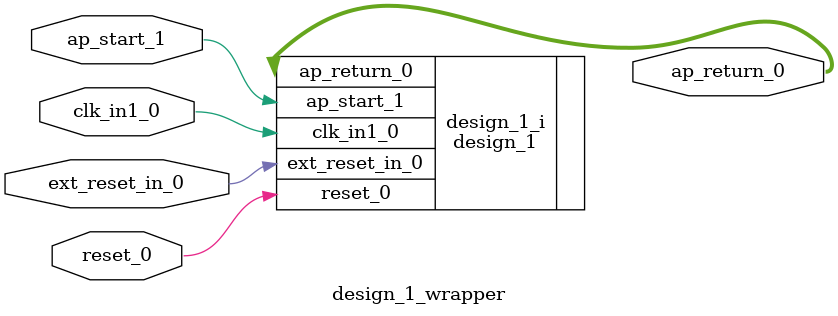
<source format=v>
`timescale 1 ps / 1 ps

module design_1_wrapper
   (ap_return_0,
    ap_start_1,
    clk_in1_0,
    ext_reset_in_0,
    reset_0);
  output [31:0]ap_return_0;
  input ap_start_1;
  input clk_in1_0;
  input ext_reset_in_0;
  input reset_0;

  wire [31:0]ap_return_0;
  wire ap_start_1;
  wire clk_in1_0;
  wire ext_reset_in_0;
  wire reset_0;

  design_1 design_1_i
       (.ap_return_0(ap_return_0),
        .ap_start_1(ap_start_1),
        .clk_in1_0(clk_in1_0),
        .ext_reset_in_0(ext_reset_in_0),
        .reset_0(reset_0));
endmodule

</source>
